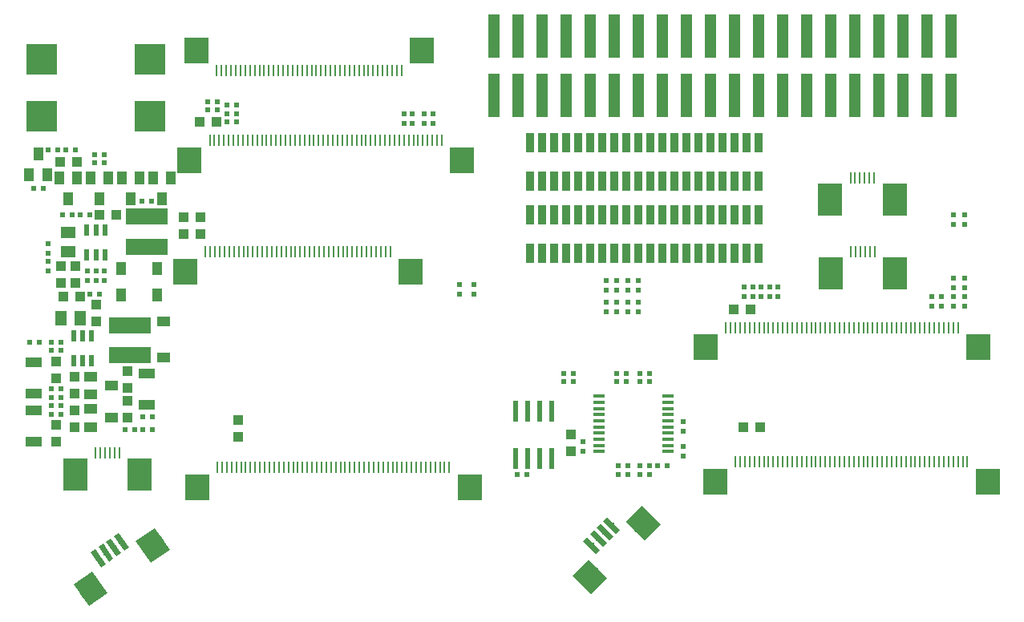
<source format=gbr>
G04 #@! TF.GenerationSoftware,KiCad,Pcbnew,5.1.0-rc2-unknown-036be7d~80~ubuntu16.04.1*
G04 #@! TF.CreationDate,2019-07-29T14:55:38+03:00*
G04 #@! TF.ProjectId,LCD-DRIVER_Rev_C,4c43442d-4452-4495-9645-525f5265765f,D*
G04 #@! TF.SameCoordinates,Original*
G04 #@! TF.FileFunction,Paste,Bot*
G04 #@! TF.FilePolarity,Positive*
%FSLAX46Y46*%
G04 Gerber Fmt 4.6, Leading zero omitted, Abs format (unit mm)*
G04 Created by KiCad (PCBNEW 5.1.0-rc2-unknown-036be7d~80~ubuntu16.04.1) date 2019-07-29 14:55:38*
%MOMM*%
%LPD*%
G04 APERTURE LIST*
%ADD10R,1.016000X1.016000*%
%ADD11R,0.900000X2.000000*%
%ADD12R,1.300000X4.550000*%
%ADD13R,3.254000X3.254000*%
%ADD14R,0.500000X0.550000*%
%ADD15R,2.600000X2.800000*%
%ADD16R,0.230000X1.280000*%
%ADD17R,0.550000X0.500000*%
%ADD18R,1.524000X1.270000*%
%ADD19R,1.270000X1.524000*%
%ADD20R,1.700000X1.000000*%
%ADD21R,1.000000X1.400000*%
%ADD22R,1.400000X1.000000*%
%ADD23R,2.600000X3.400000*%
%ADD24C,2.400000*%
%ADD25C,0.200000*%
%ADD26C,0.601600*%
%ADD27R,1.270000X0.325000*%
%ADD28R,0.600000X2.200000*%
%ADD29R,0.550000X1.200000*%
%ADD30R,4.500000X1.750000*%
G04 APERTURE END LIST*
D10*
X81280000Y-102108000D03*
X81280000Y-103886000D03*
D11*
X135255000Y-86487000D03*
X135255000Y-82423000D03*
X133985000Y-86487000D03*
X133985000Y-82423000D03*
X132715000Y-86487000D03*
X132715000Y-82423000D03*
X131445000Y-86487000D03*
X131445000Y-82423000D03*
X130175000Y-86487000D03*
X130175000Y-82423000D03*
X128905000Y-86487000D03*
X128905000Y-82423000D03*
X127635000Y-86487000D03*
X127635000Y-82423000D03*
X126365000Y-86487000D03*
X126365000Y-82423000D03*
X125095000Y-86487000D03*
X125095000Y-82423000D03*
X123825000Y-86487000D03*
X123825000Y-82423000D03*
X136525000Y-82423000D03*
X136525000Y-86487000D03*
X137795000Y-82423000D03*
X137795000Y-86487000D03*
X139065000Y-82423000D03*
X139065000Y-86487000D03*
X140335000Y-82423000D03*
X140335000Y-86487000D03*
X141605000Y-82423000D03*
X141605000Y-86487000D03*
X142875000Y-82423000D03*
X142875000Y-86487000D03*
X144145000Y-82423000D03*
X144145000Y-86487000D03*
X145415000Y-82423000D03*
X145415000Y-86487000D03*
X146685000Y-82423000D03*
X146685000Y-86487000D03*
X147955000Y-82423000D03*
X147955000Y-86487000D03*
X135255000Y-74803000D03*
X135255000Y-78867000D03*
X133985000Y-74803000D03*
X133985000Y-78867000D03*
X132715000Y-74803000D03*
X132715000Y-78867000D03*
X131445000Y-74803000D03*
X131445000Y-78867000D03*
X130175000Y-74803000D03*
X130175000Y-78867000D03*
X128905000Y-74803000D03*
X128905000Y-78867000D03*
X127635000Y-74803000D03*
X127635000Y-78867000D03*
X126365000Y-74803000D03*
X126365000Y-78867000D03*
X125095000Y-74803000D03*
X125095000Y-78867000D03*
X123825000Y-74803000D03*
X123825000Y-78867000D03*
X136525000Y-78867000D03*
X136525000Y-74803000D03*
X137795000Y-78867000D03*
X137795000Y-74803000D03*
X139065000Y-78867000D03*
X139065000Y-74803000D03*
X140335000Y-78867000D03*
X140335000Y-74803000D03*
X141605000Y-78867000D03*
X141605000Y-74803000D03*
X142875000Y-78867000D03*
X142875000Y-74803000D03*
X144145000Y-78867000D03*
X144145000Y-74803000D03*
X145415000Y-78867000D03*
X145415000Y-74803000D03*
X146685000Y-78867000D03*
X146685000Y-74803000D03*
X147955000Y-78867000D03*
X147955000Y-74803000D03*
D12*
X168275000Y-69800000D03*
X168275000Y-63550000D03*
X165735000Y-69800000D03*
X165735000Y-63550000D03*
X163195000Y-69800000D03*
X163195000Y-63550000D03*
X160655000Y-69800000D03*
X160655000Y-63550000D03*
X158115000Y-69800000D03*
X158115000Y-63550000D03*
X155575000Y-69800000D03*
X155575000Y-63550000D03*
X153035000Y-69800000D03*
X153035000Y-63550000D03*
X150495000Y-69800000D03*
X150495000Y-63550000D03*
X147955000Y-69800000D03*
X147955000Y-63550000D03*
X145415000Y-69800000D03*
X145415000Y-63550000D03*
X142875000Y-69800000D03*
X142875000Y-63550000D03*
X140335000Y-69800000D03*
X140335000Y-63550000D03*
X137795000Y-69800000D03*
X137795000Y-63550000D03*
X135255000Y-69800000D03*
X135255000Y-63550000D03*
X132715000Y-69800000D03*
X132715000Y-63550000D03*
X130175000Y-69800000D03*
X130175000Y-63550000D03*
X127635000Y-69800000D03*
X127635000Y-63550000D03*
X125095000Y-69800000D03*
X125095000Y-63550000D03*
X122555000Y-69800000D03*
X122555000Y-63550000D03*
X120015000Y-69800000D03*
X120015000Y-63550000D03*
D13*
X83728000Y-66026000D03*
X83728000Y-72026000D03*
X72228000Y-66026000D03*
X72228000Y-72026000D03*
D14*
X82042000Y-105156000D03*
X81026000Y-105156000D03*
D15*
X111200000Y-88450000D03*
X87400000Y-88450000D03*
D16*
X109050000Y-86350000D03*
X108550000Y-86350000D03*
X108050000Y-86350000D03*
X107550000Y-86350000D03*
X107050000Y-86350000D03*
X106550000Y-86350000D03*
X106050000Y-86350000D03*
X105550000Y-86350000D03*
X105050000Y-86350000D03*
X104550000Y-86350000D03*
X104050000Y-86350000D03*
X103550000Y-86350000D03*
X103050000Y-86350000D03*
X102550000Y-86350000D03*
X102050000Y-86350000D03*
X101550000Y-86350000D03*
X101050000Y-86350000D03*
X100550000Y-86350000D03*
X100050000Y-86350000D03*
X99550000Y-86350000D03*
X99050000Y-86350000D03*
X98550000Y-86350000D03*
X98050000Y-86350000D03*
X97550000Y-86350000D03*
X97050000Y-86350000D03*
X96550000Y-86350000D03*
X96050000Y-86350000D03*
X95550000Y-86350000D03*
X95050000Y-86350000D03*
X94550000Y-86350000D03*
X94050000Y-86350000D03*
X93550000Y-86350000D03*
X93050000Y-86350000D03*
X92550000Y-86350000D03*
X92050000Y-86350000D03*
X91550000Y-86350000D03*
X91050000Y-86350000D03*
X90550000Y-86350000D03*
X90050000Y-86350000D03*
X89550000Y-86350000D03*
D10*
X88900000Y-72644000D03*
X90678000Y-72644000D03*
X87249000Y-84455000D03*
X89027000Y-84455000D03*
D17*
X110490000Y-72771000D03*
X110490000Y-71755000D03*
D10*
X87249000Y-82677000D03*
X89027000Y-82677000D03*
D14*
X83947000Y-105156000D03*
X82931000Y-105156000D03*
D10*
X145288000Y-92456000D03*
X147066000Y-92456000D03*
D17*
X166243000Y-92075000D03*
X166243000Y-91059000D03*
X129413000Y-107442000D03*
X129413000Y-106426000D03*
D10*
X128143000Y-105664000D03*
X128143000Y-107442000D03*
D17*
X139954000Y-106934000D03*
X139954000Y-107950000D03*
X139954000Y-104267000D03*
X139954000Y-105283000D03*
D14*
X77851000Y-76962000D03*
X78867000Y-76962000D03*
D10*
X73787000Y-104648000D03*
X73787000Y-106426000D03*
D18*
X75057000Y-84328000D03*
X75057000Y-86360000D03*
D14*
X123444000Y-109855000D03*
X122428000Y-109855000D03*
D10*
X75692000Y-103124000D03*
X75692000Y-104902000D03*
D19*
X74295000Y-93345000D03*
X76327000Y-93345000D03*
D10*
X74168000Y-76835000D03*
X75946000Y-76835000D03*
X74549000Y-91059000D03*
X76327000Y-91059000D03*
X81280000Y-100711000D03*
X81280000Y-98933000D03*
X75692000Y-99568000D03*
X75692000Y-101346000D03*
X80137000Y-82423000D03*
X78359000Y-82423000D03*
X73787000Y-99695000D03*
X73787000Y-97917000D03*
X77978000Y-91948000D03*
X77978000Y-93726000D03*
D20*
X83312000Y-102488000D03*
X83312000Y-99188000D03*
D21*
X81661000Y-80729000D03*
X82611000Y-78529000D03*
X80711000Y-78529000D03*
D20*
X71374000Y-103125000D03*
X71374000Y-106425000D03*
D22*
X79586000Y-103886000D03*
X77386000Y-102936000D03*
X77386000Y-104836000D03*
X79586000Y-100457000D03*
X77386000Y-99507000D03*
X77386000Y-101407000D03*
D20*
X71374000Y-101345000D03*
X71374000Y-98045000D03*
D21*
X77409040Y-78521560D03*
X79311500Y-78521560D03*
X78356460Y-80731360D03*
X74107040Y-78521560D03*
X76009500Y-78521560D03*
X75054460Y-80731360D03*
D23*
X155550000Y-88650000D03*
D16*
X160200000Y-86350000D03*
X159700000Y-86350000D03*
X159200000Y-86350000D03*
X158700000Y-86350000D03*
X158200000Y-86350000D03*
X157700000Y-86350000D03*
D23*
X162350000Y-88650000D03*
D15*
X111200000Y-88450000D03*
X87400000Y-88450000D03*
D16*
X109050000Y-86350000D03*
X108550000Y-86350000D03*
X108050000Y-86350000D03*
X107550000Y-86350000D03*
X107050000Y-86350000D03*
X106550000Y-86350000D03*
X106050000Y-86350000D03*
X105550000Y-86350000D03*
X105050000Y-86350000D03*
X104550000Y-86350000D03*
X104050000Y-86350000D03*
X103550000Y-86350000D03*
X103050000Y-86350000D03*
X102550000Y-86350000D03*
X102050000Y-86350000D03*
X101550000Y-86350000D03*
X101050000Y-86350000D03*
X100550000Y-86350000D03*
X100050000Y-86350000D03*
X99550000Y-86350000D03*
X99050000Y-86350000D03*
X98550000Y-86350000D03*
X98050000Y-86350000D03*
X97550000Y-86350000D03*
X97050000Y-86350000D03*
X96550000Y-86350000D03*
X96050000Y-86350000D03*
X95550000Y-86350000D03*
X95050000Y-86350000D03*
X94550000Y-86350000D03*
X94050000Y-86350000D03*
X93550000Y-86350000D03*
X93050000Y-86350000D03*
X92550000Y-86350000D03*
X92050000Y-86350000D03*
X91550000Y-86350000D03*
X91050000Y-86350000D03*
X90550000Y-86350000D03*
X90050000Y-86350000D03*
X89550000Y-86350000D03*
D23*
X155500000Y-80850000D03*
D16*
X160150000Y-78550000D03*
X159650000Y-78550000D03*
X159150000Y-78550000D03*
X158650000Y-78550000D03*
X158150000Y-78550000D03*
X157650000Y-78550000D03*
D23*
X162300000Y-80850000D03*
D16*
X110800000Y-109150000D03*
X112300000Y-109150000D03*
X111800000Y-109150000D03*
X114300000Y-109150000D03*
X113300000Y-109150000D03*
X112800000Y-109150000D03*
X114800000Y-109150000D03*
X115300000Y-109150000D03*
X111300000Y-109150000D03*
X113800000Y-109150000D03*
D15*
X117450000Y-111250000D03*
X88650000Y-111250000D03*
D16*
X110300000Y-109150000D03*
X109800000Y-109150000D03*
X109300000Y-109150000D03*
X108800000Y-109150000D03*
X108300000Y-109150000D03*
X107800000Y-109150000D03*
X107300000Y-109150000D03*
X106800000Y-109150000D03*
X106300000Y-109150000D03*
X105800000Y-109150000D03*
X105300000Y-109150000D03*
X104800000Y-109150000D03*
X104300000Y-109150000D03*
X103800000Y-109150000D03*
X103300000Y-109150000D03*
X102800000Y-109150000D03*
X102300000Y-109150000D03*
X101800000Y-109150000D03*
X101300000Y-109150000D03*
X100800000Y-109150000D03*
X100300000Y-109150000D03*
X99800000Y-109150000D03*
X99300000Y-109150000D03*
X98800000Y-109150000D03*
X98300000Y-109150000D03*
X97800000Y-109150000D03*
X97300000Y-109150000D03*
X96800000Y-109150000D03*
X96300000Y-109150000D03*
X95800000Y-109150000D03*
X95300000Y-109150000D03*
X94800000Y-109150000D03*
X94300000Y-109150000D03*
X93800000Y-109150000D03*
X93300000Y-109150000D03*
X92800000Y-109150000D03*
X92300000Y-109150000D03*
X91800000Y-109150000D03*
X91300000Y-109150000D03*
X90800000Y-109150000D03*
D24*
X83985132Y-117360487D03*
D25*
G36*
X84165107Y-115525382D02*
G01*
X85771121Y-117819008D01*
X83805157Y-119195592D01*
X82199143Y-116901966D01*
X84165107Y-115525382D01*
X84165107Y-115525382D01*
G37*
D26*
X78217928Y-118713023D03*
D25*
G36*
X77918972Y-117761641D02*
G01*
X79009685Y-119319341D01*
X78516884Y-119664405D01*
X77426171Y-118106705D01*
X77918972Y-117761641D01*
X77918972Y-117761641D01*
G37*
D26*
X79037080Y-118139446D03*
D25*
G36*
X78738124Y-117188064D02*
G01*
X79828837Y-118745764D01*
X79336036Y-119090828D01*
X78245323Y-117533128D01*
X78738124Y-117188064D01*
X78738124Y-117188064D01*
G37*
D26*
X79856232Y-117565870D03*
D25*
G36*
X79557276Y-116614488D02*
G01*
X80647989Y-118172188D01*
X80155188Y-118517252D01*
X79064475Y-116959552D01*
X79557276Y-116614488D01*
X79557276Y-116614488D01*
G37*
D26*
X80675384Y-116992293D03*
D25*
G36*
X80376428Y-116040911D02*
G01*
X81467141Y-117598611D01*
X80974340Y-117943675D01*
X79883627Y-116385975D01*
X80376428Y-116040911D01*
X80376428Y-116040911D01*
G37*
D24*
X77431916Y-121949098D03*
D25*
G36*
X77611891Y-120113993D02*
G01*
X79217905Y-122407619D01*
X77251941Y-123784203D01*
X75645927Y-121490577D01*
X77611891Y-120113993D01*
X77611891Y-120113993D01*
G37*
D23*
X75800000Y-109900000D03*
D16*
X80450000Y-107600000D03*
X79950000Y-107600000D03*
X79450000Y-107600000D03*
X78950000Y-107600000D03*
X78450000Y-107600000D03*
X77950000Y-107600000D03*
D23*
X82600000Y-109900000D03*
D16*
X164500000Y-94350000D03*
X166000000Y-94350000D03*
X165500000Y-94350000D03*
X168000000Y-94350000D03*
X167000000Y-94350000D03*
X166500000Y-94350000D03*
X168500000Y-94350000D03*
X169000000Y-94350000D03*
X165000000Y-94350000D03*
X167500000Y-94350000D03*
D15*
X171150000Y-96450000D03*
X142350000Y-96450000D03*
D16*
X164000000Y-94350000D03*
X163500000Y-94350000D03*
X163000000Y-94350000D03*
X162500000Y-94350000D03*
X162000000Y-94350000D03*
X161500000Y-94350000D03*
X161000000Y-94350000D03*
X160500000Y-94350000D03*
X160000000Y-94350000D03*
X159500000Y-94350000D03*
X159000000Y-94350000D03*
X158500000Y-94350000D03*
X158000000Y-94350000D03*
X157500000Y-94350000D03*
X157000000Y-94350000D03*
X156500000Y-94350000D03*
X156000000Y-94350000D03*
X155500000Y-94350000D03*
X155000000Y-94350000D03*
X154500000Y-94350000D03*
X154000000Y-94350000D03*
X153500000Y-94350000D03*
X153000000Y-94350000D03*
X152500000Y-94350000D03*
X152000000Y-94350000D03*
X151500000Y-94350000D03*
X151000000Y-94350000D03*
X150500000Y-94350000D03*
X150000000Y-94350000D03*
X149500000Y-94350000D03*
X149000000Y-94350000D03*
X148500000Y-94350000D03*
X148000000Y-94350000D03*
X147500000Y-94350000D03*
X147000000Y-94350000D03*
X146500000Y-94350000D03*
X146000000Y-94350000D03*
X145500000Y-94350000D03*
X145000000Y-94350000D03*
X144500000Y-94350000D03*
D24*
X135762742Y-115005887D03*
D25*
G36*
X135621321Y-113167409D02*
G01*
X137601220Y-115147308D01*
X135904163Y-116844365D01*
X133924264Y-114864466D01*
X135621321Y-113167409D01*
X135621321Y-113167409D01*
G37*
D26*
X130318019Y-117339340D03*
D25*
G36*
X129858400Y-116454325D02*
G01*
X131203034Y-117798959D01*
X130777638Y-118224355D01*
X129433004Y-116879721D01*
X129858400Y-116454325D01*
X129858400Y-116454325D01*
G37*
D26*
X131025126Y-116632233D03*
D25*
G36*
X130565507Y-115747218D02*
G01*
X131910141Y-117091852D01*
X131484745Y-117517248D01*
X130140111Y-116172614D01*
X130565507Y-115747218D01*
X130565507Y-115747218D01*
G37*
D26*
X131732233Y-115925126D03*
D25*
G36*
X131272614Y-115040111D02*
G01*
X132617248Y-116384745D01*
X132191852Y-116810141D01*
X130847218Y-115465507D01*
X131272614Y-115040111D01*
X131272614Y-115040111D01*
G37*
D26*
X132439340Y-115218019D03*
D25*
G36*
X131979721Y-114333004D02*
G01*
X133324355Y-115677638D01*
X132898959Y-116103034D01*
X131554325Y-114758400D01*
X131979721Y-114333004D01*
X131979721Y-114333004D01*
G37*
D24*
X130105887Y-120662742D03*
D25*
G36*
X129964466Y-118824264D02*
G01*
X131944365Y-120804163D01*
X130247308Y-122501220D01*
X128267409Y-120521321D01*
X129964466Y-118824264D01*
X129964466Y-118824264D01*
G37*
D14*
X92837000Y-72644000D03*
X91821000Y-72644000D03*
X92837000Y-71755000D03*
X91821000Y-71755000D03*
X92837000Y-70866000D03*
X91821000Y-70866000D03*
X89789000Y-70485000D03*
X90805000Y-70485000D03*
X89789000Y-71374000D03*
X90805000Y-71374000D03*
D17*
X111379000Y-72771000D03*
X111379000Y-71755000D03*
X112649000Y-72771000D03*
X112649000Y-71755000D03*
X113538000Y-72771000D03*
X113538000Y-71755000D03*
X117856000Y-90805000D03*
X117856000Y-89789000D03*
X116332000Y-90805000D03*
X116332000Y-89789000D03*
X169672000Y-83439000D03*
X169672000Y-82423000D03*
X168529000Y-82423000D03*
X168529000Y-83439000D03*
X169672000Y-90170000D03*
X169672000Y-89154000D03*
X168529000Y-89154000D03*
X168529000Y-90170000D03*
D14*
X82931000Y-103759000D03*
X83947000Y-103759000D03*
D17*
X146431000Y-91059000D03*
X146431000Y-90043000D03*
X147320000Y-91059000D03*
X147320000Y-90043000D03*
X148209000Y-91059000D03*
X148209000Y-90043000D03*
X149098000Y-91059000D03*
X149098000Y-90043000D03*
X149987000Y-91059000D03*
X149987000Y-90043000D03*
X167259000Y-92075000D03*
X167259000Y-91059000D03*
X169672000Y-92075000D03*
X169672000Y-91059000D03*
X168529000Y-92075000D03*
X168529000Y-91059000D03*
D14*
X138303000Y-108966000D03*
X137287000Y-108966000D03*
X132969000Y-100076000D03*
X133985000Y-100076000D03*
X132969000Y-99187000D03*
X133985000Y-99187000D03*
X133096000Y-109855000D03*
X134112000Y-109855000D03*
X133096000Y-108966000D03*
X134112000Y-108966000D03*
X136398000Y-108966000D03*
X135382000Y-108966000D03*
X136398000Y-109855000D03*
X135382000Y-109855000D03*
X136398000Y-99187000D03*
X135382000Y-99187000D03*
X136398000Y-100076000D03*
X135382000Y-100076000D03*
X78867000Y-76073000D03*
X77851000Y-76073000D03*
X73279000Y-103505000D03*
X74295000Y-103505000D03*
X82804000Y-81026000D03*
X83820000Y-81026000D03*
X70993000Y-95885000D03*
X72009000Y-95885000D03*
X73279000Y-102616000D03*
X74295000Y-102616000D03*
D17*
X77089000Y-89408000D03*
X77089000Y-88392000D03*
D14*
X75819000Y-75565000D03*
X74803000Y-75565000D03*
D17*
X77978000Y-89408000D03*
X77978000Y-88392000D03*
D14*
X73279000Y-95885000D03*
X74295000Y-95885000D03*
X74295000Y-96774000D03*
X73279000Y-96774000D03*
D17*
X78867000Y-88392000D03*
X78867000Y-89408000D03*
D14*
X78359000Y-90805000D03*
X77343000Y-90805000D03*
X76327000Y-82423000D03*
X77343000Y-82423000D03*
X75438000Y-82423000D03*
X74422000Y-82423000D03*
D17*
X135255000Y-91694000D03*
X135255000Y-92710000D03*
X135255000Y-90424000D03*
X135255000Y-89408000D03*
X134112000Y-91694000D03*
X134112000Y-92710000D03*
X134112000Y-90424000D03*
X134112000Y-89408000D03*
D14*
X73279000Y-101727000D03*
X74295000Y-101727000D03*
D17*
X132969000Y-91694000D03*
X132969000Y-92710000D03*
X132969000Y-90424000D03*
X132969000Y-89408000D03*
D14*
X73279000Y-100838000D03*
X74295000Y-100838000D03*
D17*
X131826000Y-91694000D03*
X131826000Y-92710000D03*
X131826000Y-90424000D03*
X131826000Y-89408000D03*
D21*
X84013040Y-78521560D03*
X85915500Y-78521560D03*
X84960460Y-80731360D03*
D27*
X131127500Y-107446000D03*
X131127500Y-106796000D03*
X131127500Y-106146000D03*
X131127500Y-105496000D03*
X131127500Y-104846000D03*
X131127500Y-104196000D03*
X131127500Y-103546000D03*
X131127500Y-102896000D03*
X131127500Y-102246000D03*
X131127500Y-101596000D03*
X138366500Y-101596000D03*
X138366500Y-102246000D03*
X138366500Y-102896000D03*
X138366500Y-103546000D03*
X138366500Y-104196000D03*
X138366500Y-104846000D03*
X138366500Y-105496000D03*
X138366500Y-106146000D03*
X138366500Y-106796000D03*
X138366500Y-107446000D03*
D28*
X122301000Y-108164000D03*
X123571000Y-108164000D03*
X124841000Y-108164000D03*
X126111000Y-108164000D03*
X126111000Y-103164000D03*
X124841000Y-103164000D03*
X123571000Y-103164000D03*
X122301000Y-103164000D03*
D29*
X78928000Y-84043900D03*
X77978000Y-84043900D03*
X77028000Y-84043900D03*
X77028000Y-86644100D03*
X77978000Y-86644100D03*
X78928000Y-86644100D03*
X77531000Y-95219900D03*
X76581000Y-95219900D03*
X75631000Y-95219900D03*
X75631000Y-97820100D03*
X76581000Y-97820100D03*
X77531000Y-97820100D03*
D16*
X110000000Y-74550000D03*
X111500000Y-74550000D03*
X111000000Y-74550000D03*
X113500000Y-74550000D03*
X112500000Y-74550000D03*
X112000000Y-74550000D03*
X114000000Y-74550000D03*
X114500000Y-74550000D03*
X110500000Y-74550000D03*
X113000000Y-74550000D03*
D15*
X116650000Y-76650000D03*
X87850000Y-76650000D03*
D16*
X109500000Y-74550000D03*
X109000000Y-74550000D03*
X108500000Y-74550000D03*
X108000000Y-74550000D03*
X107500000Y-74550000D03*
X107000000Y-74550000D03*
X106500000Y-74550000D03*
X106000000Y-74550000D03*
X105500000Y-74550000D03*
X105000000Y-74550000D03*
X104500000Y-74550000D03*
X104000000Y-74550000D03*
X103500000Y-74550000D03*
X103000000Y-74550000D03*
X102500000Y-74550000D03*
X102000000Y-74550000D03*
X101500000Y-74550000D03*
X101000000Y-74550000D03*
X100500000Y-74550000D03*
X100000000Y-74550000D03*
X99500000Y-74550000D03*
X99000000Y-74550000D03*
X98500000Y-74550000D03*
X98000000Y-74550000D03*
X97500000Y-74550000D03*
X97000000Y-74550000D03*
X96500000Y-74550000D03*
X96000000Y-74550000D03*
X95500000Y-74550000D03*
X95000000Y-74550000D03*
X94500000Y-74550000D03*
X94000000Y-74550000D03*
X93500000Y-74550000D03*
X93000000Y-74550000D03*
X92500000Y-74550000D03*
X92000000Y-74550000D03*
X91500000Y-74550000D03*
X91000000Y-74550000D03*
X90500000Y-74550000D03*
X90000000Y-74550000D03*
X165500000Y-108550000D03*
X167000000Y-108550000D03*
X166500000Y-108550000D03*
X169000000Y-108550000D03*
X168000000Y-108550000D03*
X167500000Y-108550000D03*
X169500000Y-108550000D03*
X170000000Y-108550000D03*
X166000000Y-108550000D03*
X168500000Y-108550000D03*
D15*
X172150000Y-110650000D03*
X143350000Y-110650000D03*
D16*
X165000000Y-108550000D03*
X164500000Y-108550000D03*
X164000000Y-108550000D03*
X163500000Y-108550000D03*
X163000000Y-108550000D03*
X162500000Y-108550000D03*
X162000000Y-108550000D03*
X161500000Y-108550000D03*
X161000000Y-108550000D03*
X160500000Y-108550000D03*
X160000000Y-108550000D03*
X159500000Y-108550000D03*
X159000000Y-108550000D03*
X158500000Y-108550000D03*
X158000000Y-108550000D03*
X157500000Y-108550000D03*
X157000000Y-108550000D03*
X156500000Y-108550000D03*
X156000000Y-108550000D03*
X155500000Y-108550000D03*
X155000000Y-108550000D03*
X154500000Y-108550000D03*
X154000000Y-108550000D03*
X153500000Y-108550000D03*
X153000000Y-108550000D03*
X152500000Y-108550000D03*
X152000000Y-108550000D03*
X151500000Y-108550000D03*
X151000000Y-108550000D03*
X150500000Y-108550000D03*
X150000000Y-108550000D03*
X149500000Y-108550000D03*
X149000000Y-108550000D03*
X148500000Y-108550000D03*
X148000000Y-108550000D03*
X147500000Y-108550000D03*
X147000000Y-108550000D03*
X146500000Y-108550000D03*
X146000000Y-108550000D03*
X145500000Y-108550000D03*
D15*
X88600000Y-65066000D03*
X112400000Y-65066000D03*
D16*
X90750000Y-67166000D03*
X91250000Y-67166000D03*
X91750000Y-67166000D03*
X92250000Y-67166000D03*
X92750000Y-67166000D03*
X93250000Y-67166000D03*
X93750000Y-67166000D03*
X94250000Y-67166000D03*
X94750000Y-67166000D03*
X95250000Y-67166000D03*
X95750000Y-67166000D03*
X96250000Y-67166000D03*
X96750000Y-67166000D03*
X97250000Y-67166000D03*
X97750000Y-67166000D03*
X98250000Y-67166000D03*
X98750000Y-67166000D03*
X99250000Y-67166000D03*
X99750000Y-67166000D03*
X100250000Y-67166000D03*
X100750000Y-67166000D03*
X101250000Y-67166000D03*
X101750000Y-67166000D03*
X102250000Y-67166000D03*
X102750000Y-67166000D03*
X103250000Y-67166000D03*
X103750000Y-67166000D03*
X104250000Y-67166000D03*
X104750000Y-67166000D03*
X105250000Y-67166000D03*
X105750000Y-67166000D03*
X106250000Y-67166000D03*
X106750000Y-67166000D03*
X107250000Y-67166000D03*
X107750000Y-67166000D03*
X108250000Y-67166000D03*
X108750000Y-67166000D03*
X109250000Y-67166000D03*
X109750000Y-67166000D03*
X110250000Y-67166000D03*
D10*
X92964000Y-104140000D03*
X92964000Y-105918000D03*
X146304000Y-104902000D03*
X148082000Y-104902000D03*
D14*
X128397000Y-100076000D03*
X127381000Y-100076000D03*
X128397000Y-99187000D03*
X127381000Y-99187000D03*
D10*
X74295000Y-89662000D03*
X74295000Y-87884000D03*
X75819000Y-87884000D03*
X75819000Y-89662000D03*
D21*
X71884540Y-75986640D03*
X70929500Y-78196440D03*
X72831960Y-78196440D03*
D14*
X71374000Y-79629000D03*
X72390000Y-79629000D03*
X73914000Y-75565000D03*
X72898000Y-75565000D03*
D30*
X83312000Y-82601000D03*
X83312000Y-85801000D03*
X81534000Y-97294500D03*
X81534000Y-94094500D03*
D17*
X72898000Y-88392000D03*
X72898000Y-87376000D03*
X72898000Y-86487000D03*
X72898000Y-85471000D03*
D21*
X80650000Y-88138000D03*
X84450000Y-88138000D03*
D22*
X85090000Y-93731000D03*
X85090000Y-97531000D03*
D21*
X80650000Y-90932000D03*
X84450000Y-90932000D03*
M02*

</source>
